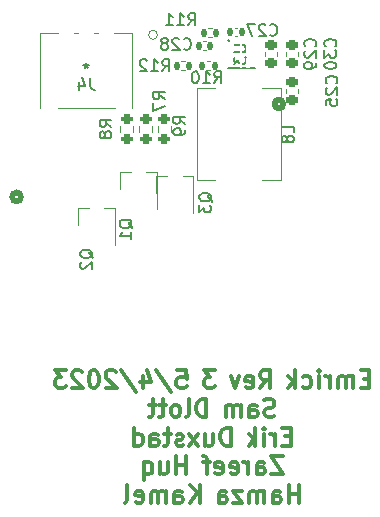
<source format=gbo>
G04 #@! TF.GenerationSoftware,KiCad,Pcbnew,(7.0.0)*
G04 #@! TF.CreationDate,2023-05-25T13:49:03-05:00*
G04 #@! TF.ProjectId,Emrick,456d7269-636b-42e6-9b69-6361645f7063,3*
G04 #@! TF.SameCoordinates,Original*
G04 #@! TF.FileFunction,Legend,Bot*
G04 #@! TF.FilePolarity,Positive*
%FSLAX46Y46*%
G04 Gerber Fmt 4.6, Leading zero omitted, Abs format (unit mm)*
G04 Created by KiCad (PCBNEW (7.0.0)) date 2023-05-25 13:49:03*
%MOMM*%
%LPD*%
G01*
G04 APERTURE LIST*
G04 Aperture macros list*
%AMRoundRect*
0 Rectangle with rounded corners*
0 $1 Rounding radius*
0 $2 $3 $4 $5 $6 $7 $8 $9 X,Y pos of 4 corners*
0 Add a 4 corners polygon primitive as box body*
4,1,4,$2,$3,$4,$5,$6,$7,$8,$9,$2,$3,0*
0 Add four circle primitives for the rounded corners*
1,1,$1+$1,$2,$3*
1,1,$1+$1,$4,$5*
1,1,$1+$1,$6,$7*
1,1,$1+$1,$8,$9*
0 Add four rect primitives between the rounded corners*
20,1,$1+$1,$2,$3,$4,$5,0*
20,1,$1+$1,$4,$5,$6,$7,0*
20,1,$1+$1,$6,$7,$8,$9,0*
20,1,$1+$1,$8,$9,$2,$3,0*%
G04 Aperture macros list end*
%ADD10C,0.300000*%
%ADD11C,0.150000*%
%ADD12C,0.120000*%
%ADD13C,0.152400*%
%ADD14C,0.508000*%
%ADD15RoundRect,0.140000X0.140000X0.170000X-0.140000X0.170000X-0.140000X-0.170000X0.140000X-0.170000X0*%
%ADD16R,0.600000X0.249200*%
%ADD17R,0.600000X0.250000*%
%ADD18R,0.250000X2.400000*%
%ADD19R,0.300000X1.200000*%
%ADD20R,0.300000X0.900000*%
%ADD21C,2.057400*%
%ADD22RoundRect,0.135000X0.135000X0.185000X-0.135000X0.185000X-0.135000X-0.185000X0.135000X-0.185000X0*%
%ADD23R,3.500000X2.350000*%
%ADD24RoundRect,0.225000X-0.250000X0.225000X-0.250000X-0.225000X0.250000X-0.225000X0.250000X0.225000X0*%
%ADD25RoundRect,0.135000X-0.135000X-0.185000X0.135000X-0.185000X0.135000X0.185000X-0.135000X0.185000X0*%
%ADD26C,0.508000*%
%ADD27C,0.499999*%
%ADD28O,1.000000X1.000000*%
%ADD29R,1.000000X1.000000*%
%ADD30RoundRect,0.225000X0.250000X-0.225000X0.250000X0.225000X-0.250000X0.225000X-0.250000X-0.225000X0*%
%ADD31O,1.600000X1.000000*%
%ADD32O,2.100000X1.000000*%
%ADD33C,0.650000*%
%ADD34RoundRect,0.200000X-0.275000X0.200000X-0.275000X-0.200000X0.275000X-0.200000X0.275000X0.200000X0*%
%ADD35R,0.660400X2.000000*%
%ADD36R,0.762000X1.854200*%
%ADD37R,0.800000X1.900000*%
G04 APERTURE END LIST*
D10*
X115878570Y-48105357D02*
X115378570Y-48105357D01*
X115164284Y-48891071D02*
X115878570Y-48891071D01*
X115878570Y-48891071D02*
X115878570Y-47391071D01*
X115878570Y-47391071D02*
X115164284Y-47391071D01*
X114521427Y-48891071D02*
X114521427Y-47891071D01*
X114521427Y-48033928D02*
X114449998Y-47962500D01*
X114449998Y-47962500D02*
X114307141Y-47891071D01*
X114307141Y-47891071D02*
X114092855Y-47891071D01*
X114092855Y-47891071D02*
X113949998Y-47962500D01*
X113949998Y-47962500D02*
X113878570Y-48105357D01*
X113878570Y-48105357D02*
X113878570Y-48891071D01*
X113878570Y-48105357D02*
X113807141Y-47962500D01*
X113807141Y-47962500D02*
X113664284Y-47891071D01*
X113664284Y-47891071D02*
X113449998Y-47891071D01*
X113449998Y-47891071D02*
X113307141Y-47962500D01*
X113307141Y-47962500D02*
X113235712Y-48105357D01*
X113235712Y-48105357D02*
X113235712Y-48891071D01*
X112521427Y-48891071D02*
X112521427Y-47891071D01*
X112521427Y-48176785D02*
X112449998Y-48033928D01*
X112449998Y-48033928D02*
X112378570Y-47962500D01*
X112378570Y-47962500D02*
X112235712Y-47891071D01*
X112235712Y-47891071D02*
X112092855Y-47891071D01*
X111592856Y-48891071D02*
X111592856Y-47891071D01*
X111592856Y-47391071D02*
X111664284Y-47462500D01*
X111664284Y-47462500D02*
X111592856Y-47533928D01*
X111592856Y-47533928D02*
X111521427Y-47462500D01*
X111521427Y-47462500D02*
X111592856Y-47391071D01*
X111592856Y-47391071D02*
X111592856Y-47533928D01*
X110235713Y-48819642D02*
X110378570Y-48891071D01*
X110378570Y-48891071D02*
X110664284Y-48891071D01*
X110664284Y-48891071D02*
X110807141Y-48819642D01*
X110807141Y-48819642D02*
X110878570Y-48748214D01*
X110878570Y-48748214D02*
X110949998Y-48605357D01*
X110949998Y-48605357D02*
X110949998Y-48176785D01*
X110949998Y-48176785D02*
X110878570Y-48033928D01*
X110878570Y-48033928D02*
X110807141Y-47962500D01*
X110807141Y-47962500D02*
X110664284Y-47891071D01*
X110664284Y-47891071D02*
X110378570Y-47891071D01*
X110378570Y-47891071D02*
X110235713Y-47962500D01*
X109592856Y-48891071D02*
X109592856Y-47391071D01*
X109449999Y-48319642D02*
X109021427Y-48891071D01*
X109021427Y-47891071D02*
X109592856Y-48462500D01*
X106621427Y-48891071D02*
X107121427Y-48176785D01*
X107478570Y-48891071D02*
X107478570Y-47391071D01*
X107478570Y-47391071D02*
X106907141Y-47391071D01*
X106907141Y-47391071D02*
X106764284Y-47462500D01*
X106764284Y-47462500D02*
X106692855Y-47533928D01*
X106692855Y-47533928D02*
X106621427Y-47676785D01*
X106621427Y-47676785D02*
X106621427Y-47891071D01*
X106621427Y-47891071D02*
X106692855Y-48033928D01*
X106692855Y-48033928D02*
X106764284Y-48105357D01*
X106764284Y-48105357D02*
X106907141Y-48176785D01*
X106907141Y-48176785D02*
X107478570Y-48176785D01*
X105407141Y-48819642D02*
X105549998Y-48891071D01*
X105549998Y-48891071D02*
X105835713Y-48891071D01*
X105835713Y-48891071D02*
X105978570Y-48819642D01*
X105978570Y-48819642D02*
X106049998Y-48676785D01*
X106049998Y-48676785D02*
X106049998Y-48105357D01*
X106049998Y-48105357D02*
X105978570Y-47962500D01*
X105978570Y-47962500D02*
X105835713Y-47891071D01*
X105835713Y-47891071D02*
X105549998Y-47891071D01*
X105549998Y-47891071D02*
X105407141Y-47962500D01*
X105407141Y-47962500D02*
X105335713Y-48105357D01*
X105335713Y-48105357D02*
X105335713Y-48248214D01*
X105335713Y-48248214D02*
X106049998Y-48391071D01*
X104835713Y-47891071D02*
X104478570Y-48891071D01*
X104478570Y-48891071D02*
X104121427Y-47891071D01*
X102792856Y-47391071D02*
X101864284Y-47391071D01*
X101864284Y-47391071D02*
X102364284Y-47962500D01*
X102364284Y-47962500D02*
X102149999Y-47962500D01*
X102149999Y-47962500D02*
X102007142Y-48033928D01*
X102007142Y-48033928D02*
X101935713Y-48105357D01*
X101935713Y-48105357D02*
X101864284Y-48248214D01*
X101864284Y-48248214D02*
X101864284Y-48605357D01*
X101864284Y-48605357D02*
X101935713Y-48748214D01*
X101935713Y-48748214D02*
X102007142Y-48819642D01*
X102007142Y-48819642D02*
X102149999Y-48891071D01*
X102149999Y-48891071D02*
X102578570Y-48891071D01*
X102578570Y-48891071D02*
X102721427Y-48819642D01*
X102721427Y-48819642D02*
X102792856Y-48748214D01*
X99607142Y-47391071D02*
X100321428Y-47391071D01*
X100321428Y-47391071D02*
X100392856Y-48105357D01*
X100392856Y-48105357D02*
X100321428Y-48033928D01*
X100321428Y-48033928D02*
X100178571Y-47962500D01*
X100178571Y-47962500D02*
X99821428Y-47962500D01*
X99821428Y-47962500D02*
X99678571Y-48033928D01*
X99678571Y-48033928D02*
X99607142Y-48105357D01*
X99607142Y-48105357D02*
X99535713Y-48248214D01*
X99535713Y-48248214D02*
X99535713Y-48605357D01*
X99535713Y-48605357D02*
X99607142Y-48748214D01*
X99607142Y-48748214D02*
X99678571Y-48819642D01*
X99678571Y-48819642D02*
X99821428Y-48891071D01*
X99821428Y-48891071D02*
X100178571Y-48891071D01*
X100178571Y-48891071D02*
X100321428Y-48819642D01*
X100321428Y-48819642D02*
X100392856Y-48748214D01*
X97821428Y-47319642D02*
X99107142Y-49248214D01*
X96678571Y-47891071D02*
X96678571Y-48891071D01*
X97035713Y-47319642D02*
X97392856Y-48391071D01*
X97392856Y-48391071D02*
X96464285Y-48391071D01*
X94821428Y-47319642D02*
X96107142Y-49248214D01*
X94392856Y-47533928D02*
X94321428Y-47462500D01*
X94321428Y-47462500D02*
X94178571Y-47391071D01*
X94178571Y-47391071D02*
X93821428Y-47391071D01*
X93821428Y-47391071D02*
X93678571Y-47462500D01*
X93678571Y-47462500D02*
X93607142Y-47533928D01*
X93607142Y-47533928D02*
X93535713Y-47676785D01*
X93535713Y-47676785D02*
X93535713Y-47819642D01*
X93535713Y-47819642D02*
X93607142Y-48033928D01*
X93607142Y-48033928D02*
X94464285Y-48891071D01*
X94464285Y-48891071D02*
X93535713Y-48891071D01*
X92607142Y-47391071D02*
X92464285Y-47391071D01*
X92464285Y-47391071D02*
X92321428Y-47462500D01*
X92321428Y-47462500D02*
X92250000Y-47533928D01*
X92250000Y-47533928D02*
X92178571Y-47676785D01*
X92178571Y-47676785D02*
X92107142Y-47962500D01*
X92107142Y-47962500D02*
X92107142Y-48319642D01*
X92107142Y-48319642D02*
X92178571Y-48605357D01*
X92178571Y-48605357D02*
X92250000Y-48748214D01*
X92250000Y-48748214D02*
X92321428Y-48819642D01*
X92321428Y-48819642D02*
X92464285Y-48891071D01*
X92464285Y-48891071D02*
X92607142Y-48891071D01*
X92607142Y-48891071D02*
X92750000Y-48819642D01*
X92750000Y-48819642D02*
X92821428Y-48748214D01*
X92821428Y-48748214D02*
X92892857Y-48605357D01*
X92892857Y-48605357D02*
X92964285Y-48319642D01*
X92964285Y-48319642D02*
X92964285Y-47962500D01*
X92964285Y-47962500D02*
X92892857Y-47676785D01*
X92892857Y-47676785D02*
X92821428Y-47533928D01*
X92821428Y-47533928D02*
X92750000Y-47462500D01*
X92750000Y-47462500D02*
X92607142Y-47391071D01*
X91535714Y-47533928D02*
X91464286Y-47462500D01*
X91464286Y-47462500D02*
X91321429Y-47391071D01*
X91321429Y-47391071D02*
X90964286Y-47391071D01*
X90964286Y-47391071D02*
X90821429Y-47462500D01*
X90821429Y-47462500D02*
X90750000Y-47533928D01*
X90750000Y-47533928D02*
X90678571Y-47676785D01*
X90678571Y-47676785D02*
X90678571Y-47819642D01*
X90678571Y-47819642D02*
X90750000Y-48033928D01*
X90750000Y-48033928D02*
X91607143Y-48891071D01*
X91607143Y-48891071D02*
X90678571Y-48891071D01*
X90178572Y-47391071D02*
X89250000Y-47391071D01*
X89250000Y-47391071D02*
X89750000Y-47962500D01*
X89750000Y-47962500D02*
X89535715Y-47962500D01*
X89535715Y-47962500D02*
X89392858Y-48033928D01*
X89392858Y-48033928D02*
X89321429Y-48105357D01*
X89321429Y-48105357D02*
X89250000Y-48248214D01*
X89250000Y-48248214D02*
X89250000Y-48605357D01*
X89250000Y-48605357D02*
X89321429Y-48748214D01*
X89321429Y-48748214D02*
X89392858Y-48819642D01*
X89392858Y-48819642D02*
X89535715Y-48891071D01*
X89535715Y-48891071D02*
X89964286Y-48891071D01*
X89964286Y-48891071D02*
X90107143Y-48819642D01*
X90107143Y-48819642D02*
X90178572Y-48748214D01*
X107835713Y-51249642D02*
X107621428Y-51321071D01*
X107621428Y-51321071D02*
X107264285Y-51321071D01*
X107264285Y-51321071D02*
X107121428Y-51249642D01*
X107121428Y-51249642D02*
X107049999Y-51178214D01*
X107049999Y-51178214D02*
X106978570Y-51035357D01*
X106978570Y-51035357D02*
X106978570Y-50892500D01*
X106978570Y-50892500D02*
X107049999Y-50749642D01*
X107049999Y-50749642D02*
X107121428Y-50678214D01*
X107121428Y-50678214D02*
X107264285Y-50606785D01*
X107264285Y-50606785D02*
X107549999Y-50535357D01*
X107549999Y-50535357D02*
X107692856Y-50463928D01*
X107692856Y-50463928D02*
X107764285Y-50392500D01*
X107764285Y-50392500D02*
X107835713Y-50249642D01*
X107835713Y-50249642D02*
X107835713Y-50106785D01*
X107835713Y-50106785D02*
X107764285Y-49963928D01*
X107764285Y-49963928D02*
X107692856Y-49892500D01*
X107692856Y-49892500D02*
X107549999Y-49821071D01*
X107549999Y-49821071D02*
X107192856Y-49821071D01*
X107192856Y-49821071D02*
X106978570Y-49892500D01*
X105692857Y-51321071D02*
X105692857Y-50535357D01*
X105692857Y-50535357D02*
X105764285Y-50392500D01*
X105764285Y-50392500D02*
X105907142Y-50321071D01*
X105907142Y-50321071D02*
X106192857Y-50321071D01*
X106192857Y-50321071D02*
X106335714Y-50392500D01*
X105692857Y-51249642D02*
X105835714Y-51321071D01*
X105835714Y-51321071D02*
X106192857Y-51321071D01*
X106192857Y-51321071D02*
X106335714Y-51249642D01*
X106335714Y-51249642D02*
X106407142Y-51106785D01*
X106407142Y-51106785D02*
X106407142Y-50963928D01*
X106407142Y-50963928D02*
X106335714Y-50821071D01*
X106335714Y-50821071D02*
X106192857Y-50749642D01*
X106192857Y-50749642D02*
X105835714Y-50749642D01*
X105835714Y-50749642D02*
X105692857Y-50678214D01*
X104978571Y-51321071D02*
X104978571Y-50321071D01*
X104978571Y-50463928D02*
X104907142Y-50392500D01*
X104907142Y-50392500D02*
X104764285Y-50321071D01*
X104764285Y-50321071D02*
X104549999Y-50321071D01*
X104549999Y-50321071D02*
X104407142Y-50392500D01*
X104407142Y-50392500D02*
X104335714Y-50535357D01*
X104335714Y-50535357D02*
X104335714Y-51321071D01*
X104335714Y-50535357D02*
X104264285Y-50392500D01*
X104264285Y-50392500D02*
X104121428Y-50321071D01*
X104121428Y-50321071D02*
X103907142Y-50321071D01*
X103907142Y-50321071D02*
X103764285Y-50392500D01*
X103764285Y-50392500D02*
X103692856Y-50535357D01*
X103692856Y-50535357D02*
X103692856Y-51321071D01*
X102078571Y-51321071D02*
X102078571Y-49821071D01*
X102078571Y-49821071D02*
X101721428Y-49821071D01*
X101721428Y-49821071D02*
X101507142Y-49892500D01*
X101507142Y-49892500D02*
X101364285Y-50035357D01*
X101364285Y-50035357D02*
X101292856Y-50178214D01*
X101292856Y-50178214D02*
X101221428Y-50463928D01*
X101221428Y-50463928D02*
X101221428Y-50678214D01*
X101221428Y-50678214D02*
X101292856Y-50963928D01*
X101292856Y-50963928D02*
X101364285Y-51106785D01*
X101364285Y-51106785D02*
X101507142Y-51249642D01*
X101507142Y-51249642D02*
X101721428Y-51321071D01*
X101721428Y-51321071D02*
X102078571Y-51321071D01*
X100364285Y-51321071D02*
X100507142Y-51249642D01*
X100507142Y-51249642D02*
X100578571Y-51106785D01*
X100578571Y-51106785D02*
X100578571Y-49821071D01*
X99578571Y-51321071D02*
X99721428Y-51249642D01*
X99721428Y-51249642D02*
X99792857Y-51178214D01*
X99792857Y-51178214D02*
X99864285Y-51035357D01*
X99864285Y-51035357D02*
X99864285Y-50606785D01*
X99864285Y-50606785D02*
X99792857Y-50463928D01*
X99792857Y-50463928D02*
X99721428Y-50392500D01*
X99721428Y-50392500D02*
X99578571Y-50321071D01*
X99578571Y-50321071D02*
X99364285Y-50321071D01*
X99364285Y-50321071D02*
X99221428Y-50392500D01*
X99221428Y-50392500D02*
X99150000Y-50463928D01*
X99150000Y-50463928D02*
X99078571Y-50606785D01*
X99078571Y-50606785D02*
X99078571Y-51035357D01*
X99078571Y-51035357D02*
X99150000Y-51178214D01*
X99150000Y-51178214D02*
X99221428Y-51249642D01*
X99221428Y-51249642D02*
X99364285Y-51321071D01*
X99364285Y-51321071D02*
X99578571Y-51321071D01*
X98649999Y-50321071D02*
X98078571Y-50321071D01*
X98435714Y-49821071D02*
X98435714Y-51106785D01*
X98435714Y-51106785D02*
X98364285Y-51249642D01*
X98364285Y-51249642D02*
X98221428Y-51321071D01*
X98221428Y-51321071D02*
X98078571Y-51321071D01*
X97792856Y-50321071D02*
X97221428Y-50321071D01*
X97578571Y-49821071D02*
X97578571Y-51106785D01*
X97578571Y-51106785D02*
X97507142Y-51249642D01*
X97507142Y-51249642D02*
X97364285Y-51321071D01*
X97364285Y-51321071D02*
X97221428Y-51321071D01*
X109228572Y-52965357D02*
X108728572Y-52965357D01*
X108514286Y-53751071D02*
X109228572Y-53751071D01*
X109228572Y-53751071D02*
X109228572Y-52251071D01*
X109228572Y-52251071D02*
X108514286Y-52251071D01*
X107871429Y-53751071D02*
X107871429Y-52751071D01*
X107871429Y-53036785D02*
X107800000Y-52893928D01*
X107800000Y-52893928D02*
X107728572Y-52822500D01*
X107728572Y-52822500D02*
X107585714Y-52751071D01*
X107585714Y-52751071D02*
X107442857Y-52751071D01*
X106942858Y-53751071D02*
X106942858Y-52751071D01*
X106942858Y-52251071D02*
X107014286Y-52322500D01*
X107014286Y-52322500D02*
X106942858Y-52393928D01*
X106942858Y-52393928D02*
X106871429Y-52322500D01*
X106871429Y-52322500D02*
X106942858Y-52251071D01*
X106942858Y-52251071D02*
X106942858Y-52393928D01*
X106228572Y-53751071D02*
X106228572Y-52251071D01*
X106085715Y-53179642D02*
X105657143Y-53751071D01*
X105657143Y-52751071D02*
X106228572Y-53322500D01*
X104114286Y-53751071D02*
X104114286Y-52251071D01*
X104114286Y-52251071D02*
X103757143Y-52251071D01*
X103757143Y-52251071D02*
X103542857Y-52322500D01*
X103542857Y-52322500D02*
X103400000Y-52465357D01*
X103400000Y-52465357D02*
X103328571Y-52608214D01*
X103328571Y-52608214D02*
X103257143Y-52893928D01*
X103257143Y-52893928D02*
X103257143Y-53108214D01*
X103257143Y-53108214D02*
X103328571Y-53393928D01*
X103328571Y-53393928D02*
X103400000Y-53536785D01*
X103400000Y-53536785D02*
X103542857Y-53679642D01*
X103542857Y-53679642D02*
X103757143Y-53751071D01*
X103757143Y-53751071D02*
X104114286Y-53751071D01*
X101971429Y-52751071D02*
X101971429Y-53751071D01*
X102614286Y-52751071D02*
X102614286Y-53536785D01*
X102614286Y-53536785D02*
X102542857Y-53679642D01*
X102542857Y-53679642D02*
X102400000Y-53751071D01*
X102400000Y-53751071D02*
X102185714Y-53751071D01*
X102185714Y-53751071D02*
X102042857Y-53679642D01*
X102042857Y-53679642D02*
X101971429Y-53608214D01*
X101400000Y-53751071D02*
X100614286Y-52751071D01*
X101400000Y-52751071D02*
X100614286Y-53751071D01*
X100114285Y-53679642D02*
X99971428Y-53751071D01*
X99971428Y-53751071D02*
X99685714Y-53751071D01*
X99685714Y-53751071D02*
X99542857Y-53679642D01*
X99542857Y-53679642D02*
X99471428Y-53536785D01*
X99471428Y-53536785D02*
X99471428Y-53465357D01*
X99471428Y-53465357D02*
X99542857Y-53322500D01*
X99542857Y-53322500D02*
X99685714Y-53251071D01*
X99685714Y-53251071D02*
X99900000Y-53251071D01*
X99900000Y-53251071D02*
X100042857Y-53179642D01*
X100042857Y-53179642D02*
X100114285Y-53036785D01*
X100114285Y-53036785D02*
X100114285Y-52965357D01*
X100114285Y-52965357D02*
X100042857Y-52822500D01*
X100042857Y-52822500D02*
X99900000Y-52751071D01*
X99900000Y-52751071D02*
X99685714Y-52751071D01*
X99685714Y-52751071D02*
X99542857Y-52822500D01*
X99042856Y-52751071D02*
X98471428Y-52751071D01*
X98828571Y-52251071D02*
X98828571Y-53536785D01*
X98828571Y-53536785D02*
X98757142Y-53679642D01*
X98757142Y-53679642D02*
X98614285Y-53751071D01*
X98614285Y-53751071D02*
X98471428Y-53751071D01*
X97328571Y-53751071D02*
X97328571Y-52965357D01*
X97328571Y-52965357D02*
X97399999Y-52822500D01*
X97399999Y-52822500D02*
X97542856Y-52751071D01*
X97542856Y-52751071D02*
X97828571Y-52751071D01*
X97828571Y-52751071D02*
X97971428Y-52822500D01*
X97328571Y-53679642D02*
X97471428Y-53751071D01*
X97471428Y-53751071D02*
X97828571Y-53751071D01*
X97828571Y-53751071D02*
X97971428Y-53679642D01*
X97971428Y-53679642D02*
X98042856Y-53536785D01*
X98042856Y-53536785D02*
X98042856Y-53393928D01*
X98042856Y-53393928D02*
X97971428Y-53251071D01*
X97971428Y-53251071D02*
X97828571Y-53179642D01*
X97828571Y-53179642D02*
X97471428Y-53179642D01*
X97471428Y-53179642D02*
X97328571Y-53108214D01*
X95971428Y-53751071D02*
X95971428Y-52251071D01*
X95971428Y-53679642D02*
X96114285Y-53751071D01*
X96114285Y-53751071D02*
X96399999Y-53751071D01*
X96399999Y-53751071D02*
X96542856Y-53679642D01*
X96542856Y-53679642D02*
X96614285Y-53608214D01*
X96614285Y-53608214D02*
X96685713Y-53465357D01*
X96685713Y-53465357D02*
X96685713Y-53036785D01*
X96685713Y-53036785D02*
X96614285Y-52893928D01*
X96614285Y-52893928D02*
X96542856Y-52822500D01*
X96542856Y-52822500D02*
X96399999Y-52751071D01*
X96399999Y-52751071D02*
X96114285Y-52751071D01*
X96114285Y-52751071D02*
X95971428Y-52822500D01*
X108549999Y-54681071D02*
X107549999Y-54681071D01*
X107549999Y-54681071D02*
X108549999Y-56181071D01*
X108549999Y-56181071D02*
X107549999Y-56181071D01*
X106335714Y-56181071D02*
X106335714Y-55395357D01*
X106335714Y-55395357D02*
X106407142Y-55252500D01*
X106407142Y-55252500D02*
X106549999Y-55181071D01*
X106549999Y-55181071D02*
X106835714Y-55181071D01*
X106835714Y-55181071D02*
X106978571Y-55252500D01*
X106335714Y-56109642D02*
X106478571Y-56181071D01*
X106478571Y-56181071D02*
X106835714Y-56181071D01*
X106835714Y-56181071D02*
X106978571Y-56109642D01*
X106978571Y-56109642D02*
X107049999Y-55966785D01*
X107049999Y-55966785D02*
X107049999Y-55823928D01*
X107049999Y-55823928D02*
X106978571Y-55681071D01*
X106978571Y-55681071D02*
X106835714Y-55609642D01*
X106835714Y-55609642D02*
X106478571Y-55609642D01*
X106478571Y-55609642D02*
X106335714Y-55538214D01*
X105621428Y-56181071D02*
X105621428Y-55181071D01*
X105621428Y-55466785D02*
X105549999Y-55323928D01*
X105549999Y-55323928D02*
X105478571Y-55252500D01*
X105478571Y-55252500D02*
X105335713Y-55181071D01*
X105335713Y-55181071D02*
X105192856Y-55181071D01*
X104121428Y-56109642D02*
X104264285Y-56181071D01*
X104264285Y-56181071D02*
X104550000Y-56181071D01*
X104550000Y-56181071D02*
X104692857Y-56109642D01*
X104692857Y-56109642D02*
X104764285Y-55966785D01*
X104764285Y-55966785D02*
X104764285Y-55395357D01*
X104764285Y-55395357D02*
X104692857Y-55252500D01*
X104692857Y-55252500D02*
X104550000Y-55181071D01*
X104550000Y-55181071D02*
X104264285Y-55181071D01*
X104264285Y-55181071D02*
X104121428Y-55252500D01*
X104121428Y-55252500D02*
X104050000Y-55395357D01*
X104050000Y-55395357D02*
X104050000Y-55538214D01*
X104050000Y-55538214D02*
X104764285Y-55681071D01*
X102835714Y-56109642D02*
X102978571Y-56181071D01*
X102978571Y-56181071D02*
X103264286Y-56181071D01*
X103264286Y-56181071D02*
X103407143Y-56109642D01*
X103407143Y-56109642D02*
X103478571Y-55966785D01*
X103478571Y-55966785D02*
X103478571Y-55395357D01*
X103478571Y-55395357D02*
X103407143Y-55252500D01*
X103407143Y-55252500D02*
X103264286Y-55181071D01*
X103264286Y-55181071D02*
X102978571Y-55181071D01*
X102978571Y-55181071D02*
X102835714Y-55252500D01*
X102835714Y-55252500D02*
X102764286Y-55395357D01*
X102764286Y-55395357D02*
X102764286Y-55538214D01*
X102764286Y-55538214D02*
X103478571Y-55681071D01*
X102335714Y-55181071D02*
X101764286Y-55181071D01*
X102121429Y-56181071D02*
X102121429Y-54895357D01*
X102121429Y-54895357D02*
X102050000Y-54752500D01*
X102050000Y-54752500D02*
X101907143Y-54681071D01*
X101907143Y-54681071D02*
X101764286Y-54681071D01*
X100364286Y-56181071D02*
X100364286Y-54681071D01*
X100364286Y-55395357D02*
X99507143Y-55395357D01*
X99507143Y-56181071D02*
X99507143Y-54681071D01*
X98150000Y-55181071D02*
X98150000Y-56181071D01*
X98792857Y-55181071D02*
X98792857Y-55966785D01*
X98792857Y-55966785D02*
X98721428Y-56109642D01*
X98721428Y-56109642D02*
X98578571Y-56181071D01*
X98578571Y-56181071D02*
X98364285Y-56181071D01*
X98364285Y-56181071D02*
X98221428Y-56109642D01*
X98221428Y-56109642D02*
X98150000Y-56038214D01*
X96792857Y-55181071D02*
X96792857Y-56681071D01*
X96792857Y-56109642D02*
X96935714Y-56181071D01*
X96935714Y-56181071D02*
X97221428Y-56181071D01*
X97221428Y-56181071D02*
X97364285Y-56109642D01*
X97364285Y-56109642D02*
X97435714Y-56038214D01*
X97435714Y-56038214D02*
X97507142Y-55895357D01*
X97507142Y-55895357D02*
X97507142Y-55466785D01*
X97507142Y-55466785D02*
X97435714Y-55323928D01*
X97435714Y-55323928D02*
X97364285Y-55252500D01*
X97364285Y-55252500D02*
X97221428Y-55181071D01*
X97221428Y-55181071D02*
X96935714Y-55181071D01*
X96935714Y-55181071D02*
X96792857Y-55252500D01*
X109907143Y-58611071D02*
X109907143Y-57111071D01*
X109907143Y-57825357D02*
X109050000Y-57825357D01*
X109050000Y-58611071D02*
X109050000Y-57111071D01*
X107692857Y-58611071D02*
X107692857Y-57825357D01*
X107692857Y-57825357D02*
X107764285Y-57682500D01*
X107764285Y-57682500D02*
X107907142Y-57611071D01*
X107907142Y-57611071D02*
X108192857Y-57611071D01*
X108192857Y-57611071D02*
X108335714Y-57682500D01*
X107692857Y-58539642D02*
X107835714Y-58611071D01*
X107835714Y-58611071D02*
X108192857Y-58611071D01*
X108192857Y-58611071D02*
X108335714Y-58539642D01*
X108335714Y-58539642D02*
X108407142Y-58396785D01*
X108407142Y-58396785D02*
X108407142Y-58253928D01*
X108407142Y-58253928D02*
X108335714Y-58111071D01*
X108335714Y-58111071D02*
X108192857Y-58039642D01*
X108192857Y-58039642D02*
X107835714Y-58039642D01*
X107835714Y-58039642D02*
X107692857Y-57968214D01*
X106978571Y-58611071D02*
X106978571Y-57611071D01*
X106978571Y-57753928D02*
X106907142Y-57682500D01*
X106907142Y-57682500D02*
X106764285Y-57611071D01*
X106764285Y-57611071D02*
X106549999Y-57611071D01*
X106549999Y-57611071D02*
X106407142Y-57682500D01*
X106407142Y-57682500D02*
X106335714Y-57825357D01*
X106335714Y-57825357D02*
X106335714Y-58611071D01*
X106335714Y-57825357D02*
X106264285Y-57682500D01*
X106264285Y-57682500D02*
X106121428Y-57611071D01*
X106121428Y-57611071D02*
X105907142Y-57611071D01*
X105907142Y-57611071D02*
X105764285Y-57682500D01*
X105764285Y-57682500D02*
X105692856Y-57825357D01*
X105692856Y-57825357D02*
X105692856Y-58611071D01*
X105121428Y-57611071D02*
X104335714Y-57611071D01*
X104335714Y-57611071D02*
X105121428Y-58611071D01*
X105121428Y-58611071D02*
X104335714Y-58611071D01*
X103121428Y-58611071D02*
X103121428Y-57825357D01*
X103121428Y-57825357D02*
X103192856Y-57682500D01*
X103192856Y-57682500D02*
X103335713Y-57611071D01*
X103335713Y-57611071D02*
X103621428Y-57611071D01*
X103621428Y-57611071D02*
X103764285Y-57682500D01*
X103121428Y-58539642D02*
X103264285Y-58611071D01*
X103264285Y-58611071D02*
X103621428Y-58611071D01*
X103621428Y-58611071D02*
X103764285Y-58539642D01*
X103764285Y-58539642D02*
X103835713Y-58396785D01*
X103835713Y-58396785D02*
X103835713Y-58253928D01*
X103835713Y-58253928D02*
X103764285Y-58111071D01*
X103764285Y-58111071D02*
X103621428Y-58039642D01*
X103621428Y-58039642D02*
X103264285Y-58039642D01*
X103264285Y-58039642D02*
X103121428Y-57968214D01*
X101507142Y-58611071D02*
X101507142Y-57111071D01*
X100649999Y-58611071D02*
X101292856Y-57753928D01*
X100649999Y-57111071D02*
X101507142Y-57968214D01*
X99364285Y-58611071D02*
X99364285Y-57825357D01*
X99364285Y-57825357D02*
X99435713Y-57682500D01*
X99435713Y-57682500D02*
X99578570Y-57611071D01*
X99578570Y-57611071D02*
X99864285Y-57611071D01*
X99864285Y-57611071D02*
X100007142Y-57682500D01*
X99364285Y-58539642D02*
X99507142Y-58611071D01*
X99507142Y-58611071D02*
X99864285Y-58611071D01*
X99864285Y-58611071D02*
X100007142Y-58539642D01*
X100007142Y-58539642D02*
X100078570Y-58396785D01*
X100078570Y-58396785D02*
X100078570Y-58253928D01*
X100078570Y-58253928D02*
X100007142Y-58111071D01*
X100007142Y-58111071D02*
X99864285Y-58039642D01*
X99864285Y-58039642D02*
X99507142Y-58039642D01*
X99507142Y-58039642D02*
X99364285Y-57968214D01*
X98649999Y-58611071D02*
X98649999Y-57611071D01*
X98649999Y-57753928D02*
X98578570Y-57682500D01*
X98578570Y-57682500D02*
X98435713Y-57611071D01*
X98435713Y-57611071D02*
X98221427Y-57611071D01*
X98221427Y-57611071D02*
X98078570Y-57682500D01*
X98078570Y-57682500D02*
X98007142Y-57825357D01*
X98007142Y-57825357D02*
X98007142Y-58611071D01*
X98007142Y-57825357D02*
X97935713Y-57682500D01*
X97935713Y-57682500D02*
X97792856Y-57611071D01*
X97792856Y-57611071D02*
X97578570Y-57611071D01*
X97578570Y-57611071D02*
X97435713Y-57682500D01*
X97435713Y-57682500D02*
X97364284Y-57825357D01*
X97364284Y-57825357D02*
X97364284Y-58611071D01*
X96078570Y-58539642D02*
X96221427Y-58611071D01*
X96221427Y-58611071D02*
X96507142Y-58611071D01*
X96507142Y-58611071D02*
X96649999Y-58539642D01*
X96649999Y-58539642D02*
X96721427Y-58396785D01*
X96721427Y-58396785D02*
X96721427Y-57825357D01*
X96721427Y-57825357D02*
X96649999Y-57682500D01*
X96649999Y-57682500D02*
X96507142Y-57611071D01*
X96507142Y-57611071D02*
X96221427Y-57611071D01*
X96221427Y-57611071D02*
X96078570Y-57682500D01*
X96078570Y-57682500D02*
X96007142Y-57825357D01*
X96007142Y-57825357D02*
X96007142Y-57968214D01*
X96007142Y-57968214D02*
X96721427Y-58111071D01*
X95149999Y-58611071D02*
X95292856Y-58539642D01*
X95292856Y-58539642D02*
X95364285Y-58396785D01*
X95364285Y-58396785D02*
X95364285Y-57111071D01*
D11*
X100142857Y-20172142D02*
X100190476Y-20219761D01*
X100190476Y-20219761D02*
X100333333Y-20267380D01*
X100333333Y-20267380D02*
X100428571Y-20267380D01*
X100428571Y-20267380D02*
X100571428Y-20219761D01*
X100571428Y-20219761D02*
X100666666Y-20124523D01*
X100666666Y-20124523D02*
X100714285Y-20029285D01*
X100714285Y-20029285D02*
X100761904Y-19838809D01*
X100761904Y-19838809D02*
X100761904Y-19695952D01*
X100761904Y-19695952D02*
X100714285Y-19505476D01*
X100714285Y-19505476D02*
X100666666Y-19410238D01*
X100666666Y-19410238D02*
X100571428Y-19315000D01*
X100571428Y-19315000D02*
X100428571Y-19267380D01*
X100428571Y-19267380D02*
X100333333Y-19267380D01*
X100333333Y-19267380D02*
X100190476Y-19315000D01*
X100190476Y-19315000D02*
X100142857Y-19362619D01*
X99761904Y-19362619D02*
X99714285Y-19315000D01*
X99714285Y-19315000D02*
X99619047Y-19267380D01*
X99619047Y-19267380D02*
X99380952Y-19267380D01*
X99380952Y-19267380D02*
X99285714Y-19315000D01*
X99285714Y-19315000D02*
X99238095Y-19362619D01*
X99238095Y-19362619D02*
X99190476Y-19457857D01*
X99190476Y-19457857D02*
X99190476Y-19553095D01*
X99190476Y-19553095D02*
X99238095Y-19695952D01*
X99238095Y-19695952D02*
X99809523Y-20267380D01*
X99809523Y-20267380D02*
X99190476Y-20267380D01*
X98619047Y-19695952D02*
X98714285Y-19648333D01*
X98714285Y-19648333D02*
X98761904Y-19600714D01*
X98761904Y-19600714D02*
X98809523Y-19505476D01*
X98809523Y-19505476D02*
X98809523Y-19457857D01*
X98809523Y-19457857D02*
X98761904Y-19362619D01*
X98761904Y-19362619D02*
X98714285Y-19315000D01*
X98714285Y-19315000D02*
X98619047Y-19267380D01*
X98619047Y-19267380D02*
X98428571Y-19267380D01*
X98428571Y-19267380D02*
X98333333Y-19315000D01*
X98333333Y-19315000D02*
X98285714Y-19362619D01*
X98285714Y-19362619D02*
X98238095Y-19457857D01*
X98238095Y-19457857D02*
X98238095Y-19505476D01*
X98238095Y-19505476D02*
X98285714Y-19600714D01*
X98285714Y-19600714D02*
X98333333Y-19648333D01*
X98333333Y-19648333D02*
X98428571Y-19695952D01*
X98428571Y-19695952D02*
X98619047Y-19695952D01*
X98619047Y-19695952D02*
X98714285Y-19743571D01*
X98714285Y-19743571D02*
X98761904Y-19791190D01*
X98761904Y-19791190D02*
X98809523Y-19886428D01*
X98809523Y-19886428D02*
X98809523Y-20076904D01*
X98809523Y-20076904D02*
X98761904Y-20172142D01*
X98761904Y-20172142D02*
X98714285Y-20219761D01*
X98714285Y-20219761D02*
X98619047Y-20267380D01*
X98619047Y-20267380D02*
X98428571Y-20267380D01*
X98428571Y-20267380D02*
X98333333Y-20219761D01*
X98333333Y-20219761D02*
X98285714Y-20172142D01*
X98285714Y-20172142D02*
X98238095Y-20076904D01*
X98238095Y-20076904D02*
X98238095Y-19886428D01*
X98238095Y-19886428D02*
X98285714Y-19791190D01*
X98285714Y-19791190D02*
X98333333Y-19743571D01*
X98333333Y-19743571D02*
X98428571Y-19695952D01*
X104407381Y-19878095D02*
X105216905Y-19878095D01*
X105216905Y-19878095D02*
X105312143Y-19925714D01*
X105312143Y-19925714D02*
X105359762Y-19973333D01*
X105359762Y-19973333D02*
X105407381Y-20068571D01*
X105407381Y-20068571D02*
X105407381Y-20259047D01*
X105407381Y-20259047D02*
X105359762Y-20354285D01*
X105359762Y-20354285D02*
X105312143Y-20401904D01*
X105312143Y-20401904D02*
X105216905Y-20449523D01*
X105216905Y-20449523D02*
X104407381Y-20449523D01*
X104407381Y-20830476D02*
X104407381Y-21449523D01*
X104407381Y-21449523D02*
X104788334Y-21116190D01*
X104788334Y-21116190D02*
X104788334Y-21259047D01*
X104788334Y-21259047D02*
X104835953Y-21354285D01*
X104835953Y-21354285D02*
X104883572Y-21401904D01*
X104883572Y-21401904D02*
X104978810Y-21449523D01*
X104978810Y-21449523D02*
X105216905Y-21449523D01*
X105216905Y-21449523D02*
X105312143Y-21401904D01*
X105312143Y-21401904D02*
X105359762Y-21354285D01*
X105359762Y-21354285D02*
X105407381Y-21259047D01*
X105407381Y-21259047D02*
X105407381Y-20973333D01*
X105407381Y-20973333D02*
X105359762Y-20878095D01*
X105359762Y-20878095D02*
X105312143Y-20830476D01*
X100542857Y-18167380D02*
X100876190Y-17691190D01*
X101114285Y-18167380D02*
X101114285Y-17167380D01*
X101114285Y-17167380D02*
X100733333Y-17167380D01*
X100733333Y-17167380D02*
X100638095Y-17215000D01*
X100638095Y-17215000D02*
X100590476Y-17262619D01*
X100590476Y-17262619D02*
X100542857Y-17357857D01*
X100542857Y-17357857D02*
X100542857Y-17500714D01*
X100542857Y-17500714D02*
X100590476Y-17595952D01*
X100590476Y-17595952D02*
X100638095Y-17643571D01*
X100638095Y-17643571D02*
X100733333Y-17691190D01*
X100733333Y-17691190D02*
X101114285Y-17691190D01*
X99590476Y-18167380D02*
X100161904Y-18167380D01*
X99876190Y-18167380D02*
X99876190Y-17167380D01*
X99876190Y-17167380D02*
X99971428Y-17310238D01*
X99971428Y-17310238D02*
X100066666Y-17405476D01*
X100066666Y-17405476D02*
X100161904Y-17453095D01*
X98638095Y-18167380D02*
X99209523Y-18167380D01*
X98923809Y-18167380D02*
X98923809Y-17167380D01*
X98923809Y-17167380D02*
X99019047Y-17310238D01*
X99019047Y-17310238D02*
X99114285Y-17405476D01*
X99114285Y-17405476D02*
X99209523Y-17453095D01*
X109467380Y-27233333D02*
X109467380Y-26757143D01*
X109467380Y-26757143D02*
X108467380Y-26757143D01*
X108895952Y-27709524D02*
X108848333Y-27614286D01*
X108848333Y-27614286D02*
X108800714Y-27566667D01*
X108800714Y-27566667D02*
X108705476Y-27519048D01*
X108705476Y-27519048D02*
X108657857Y-27519048D01*
X108657857Y-27519048D02*
X108562619Y-27566667D01*
X108562619Y-27566667D02*
X108515000Y-27614286D01*
X108515000Y-27614286D02*
X108467380Y-27709524D01*
X108467380Y-27709524D02*
X108467380Y-27900000D01*
X108467380Y-27900000D02*
X108515000Y-27995238D01*
X108515000Y-27995238D02*
X108562619Y-28042857D01*
X108562619Y-28042857D02*
X108657857Y-28090476D01*
X108657857Y-28090476D02*
X108705476Y-28090476D01*
X108705476Y-28090476D02*
X108800714Y-28042857D01*
X108800714Y-28042857D02*
X108848333Y-27995238D01*
X108848333Y-27995238D02*
X108895952Y-27900000D01*
X108895952Y-27900000D02*
X108895952Y-27709524D01*
X108895952Y-27709524D02*
X108943571Y-27614286D01*
X108943571Y-27614286D02*
X108991190Y-27566667D01*
X108991190Y-27566667D02*
X109086428Y-27519048D01*
X109086428Y-27519048D02*
X109276904Y-27519048D01*
X109276904Y-27519048D02*
X109372142Y-27566667D01*
X109372142Y-27566667D02*
X109419761Y-27614286D01*
X109419761Y-27614286D02*
X109467380Y-27709524D01*
X109467380Y-27709524D02*
X109467380Y-27900000D01*
X109467380Y-27900000D02*
X109419761Y-27995238D01*
X109419761Y-27995238D02*
X109372142Y-28042857D01*
X109372142Y-28042857D02*
X109276904Y-28090476D01*
X109276904Y-28090476D02*
X109086428Y-28090476D01*
X109086428Y-28090476D02*
X108991190Y-28042857D01*
X108991190Y-28042857D02*
X108943571Y-27995238D01*
X108943571Y-27995238D02*
X108895952Y-27900000D01*
X112972142Y-19952142D02*
X113019761Y-19904523D01*
X113019761Y-19904523D02*
X113067380Y-19761666D01*
X113067380Y-19761666D02*
X113067380Y-19666428D01*
X113067380Y-19666428D02*
X113019761Y-19523571D01*
X113019761Y-19523571D02*
X112924523Y-19428333D01*
X112924523Y-19428333D02*
X112829285Y-19380714D01*
X112829285Y-19380714D02*
X112638809Y-19333095D01*
X112638809Y-19333095D02*
X112495952Y-19333095D01*
X112495952Y-19333095D02*
X112305476Y-19380714D01*
X112305476Y-19380714D02*
X112210238Y-19428333D01*
X112210238Y-19428333D02*
X112115000Y-19523571D01*
X112115000Y-19523571D02*
X112067380Y-19666428D01*
X112067380Y-19666428D02*
X112067380Y-19761666D01*
X112067380Y-19761666D02*
X112115000Y-19904523D01*
X112115000Y-19904523D02*
X112162619Y-19952142D01*
X112067380Y-20285476D02*
X112067380Y-20904523D01*
X112067380Y-20904523D02*
X112448333Y-20571190D01*
X112448333Y-20571190D02*
X112448333Y-20714047D01*
X112448333Y-20714047D02*
X112495952Y-20809285D01*
X112495952Y-20809285D02*
X112543571Y-20856904D01*
X112543571Y-20856904D02*
X112638809Y-20904523D01*
X112638809Y-20904523D02*
X112876904Y-20904523D01*
X112876904Y-20904523D02*
X112972142Y-20856904D01*
X112972142Y-20856904D02*
X113019761Y-20809285D01*
X113019761Y-20809285D02*
X113067380Y-20714047D01*
X113067380Y-20714047D02*
X113067380Y-20428333D01*
X113067380Y-20428333D02*
X113019761Y-20333095D01*
X113019761Y-20333095D02*
X112972142Y-20285476D01*
X112067380Y-21523571D02*
X112067380Y-21618809D01*
X112067380Y-21618809D02*
X112115000Y-21714047D01*
X112115000Y-21714047D02*
X112162619Y-21761666D01*
X112162619Y-21761666D02*
X112257857Y-21809285D01*
X112257857Y-21809285D02*
X112448333Y-21856904D01*
X112448333Y-21856904D02*
X112686428Y-21856904D01*
X112686428Y-21856904D02*
X112876904Y-21809285D01*
X112876904Y-21809285D02*
X112972142Y-21761666D01*
X112972142Y-21761666D02*
X113019761Y-21714047D01*
X113019761Y-21714047D02*
X113067380Y-21618809D01*
X113067380Y-21618809D02*
X113067380Y-21523571D01*
X113067380Y-21523571D02*
X113019761Y-21428333D01*
X113019761Y-21428333D02*
X112972142Y-21380714D01*
X112972142Y-21380714D02*
X112876904Y-21333095D01*
X112876904Y-21333095D02*
X112686428Y-21285476D01*
X112686428Y-21285476D02*
X112448333Y-21285476D01*
X112448333Y-21285476D02*
X112257857Y-21333095D01*
X112257857Y-21333095D02*
X112162619Y-21380714D01*
X112162619Y-21380714D02*
X112115000Y-21428333D01*
X112115000Y-21428333D02*
X112067380Y-21523571D01*
X107442857Y-18972142D02*
X107490476Y-19019761D01*
X107490476Y-19019761D02*
X107633333Y-19067380D01*
X107633333Y-19067380D02*
X107728571Y-19067380D01*
X107728571Y-19067380D02*
X107871428Y-19019761D01*
X107871428Y-19019761D02*
X107966666Y-18924523D01*
X107966666Y-18924523D02*
X108014285Y-18829285D01*
X108014285Y-18829285D02*
X108061904Y-18638809D01*
X108061904Y-18638809D02*
X108061904Y-18495952D01*
X108061904Y-18495952D02*
X108014285Y-18305476D01*
X108014285Y-18305476D02*
X107966666Y-18210238D01*
X107966666Y-18210238D02*
X107871428Y-18115000D01*
X107871428Y-18115000D02*
X107728571Y-18067380D01*
X107728571Y-18067380D02*
X107633333Y-18067380D01*
X107633333Y-18067380D02*
X107490476Y-18115000D01*
X107490476Y-18115000D02*
X107442857Y-18162619D01*
X107061904Y-18162619D02*
X107014285Y-18115000D01*
X107014285Y-18115000D02*
X106919047Y-18067380D01*
X106919047Y-18067380D02*
X106680952Y-18067380D01*
X106680952Y-18067380D02*
X106585714Y-18115000D01*
X106585714Y-18115000D02*
X106538095Y-18162619D01*
X106538095Y-18162619D02*
X106490476Y-18257857D01*
X106490476Y-18257857D02*
X106490476Y-18353095D01*
X106490476Y-18353095D02*
X106538095Y-18495952D01*
X106538095Y-18495952D02*
X107109523Y-19067380D01*
X107109523Y-19067380D02*
X106490476Y-19067380D01*
X106157142Y-18067380D02*
X105490476Y-18067380D01*
X105490476Y-18067380D02*
X105919047Y-19067380D01*
X102742857Y-23067380D02*
X103076190Y-22591190D01*
X103314285Y-23067380D02*
X103314285Y-22067380D01*
X103314285Y-22067380D02*
X102933333Y-22067380D01*
X102933333Y-22067380D02*
X102838095Y-22115000D01*
X102838095Y-22115000D02*
X102790476Y-22162619D01*
X102790476Y-22162619D02*
X102742857Y-22257857D01*
X102742857Y-22257857D02*
X102742857Y-22400714D01*
X102742857Y-22400714D02*
X102790476Y-22495952D01*
X102790476Y-22495952D02*
X102838095Y-22543571D01*
X102838095Y-22543571D02*
X102933333Y-22591190D01*
X102933333Y-22591190D02*
X103314285Y-22591190D01*
X101790476Y-23067380D02*
X102361904Y-23067380D01*
X102076190Y-23067380D02*
X102076190Y-22067380D01*
X102076190Y-22067380D02*
X102171428Y-22210238D01*
X102171428Y-22210238D02*
X102266666Y-22305476D01*
X102266666Y-22305476D02*
X102361904Y-22353095D01*
X101171428Y-22067380D02*
X101076190Y-22067380D01*
X101076190Y-22067380D02*
X100980952Y-22115000D01*
X100980952Y-22115000D02*
X100933333Y-22162619D01*
X100933333Y-22162619D02*
X100885714Y-22257857D01*
X100885714Y-22257857D02*
X100838095Y-22448333D01*
X100838095Y-22448333D02*
X100838095Y-22686428D01*
X100838095Y-22686428D02*
X100885714Y-22876904D01*
X100885714Y-22876904D02*
X100933333Y-22972142D01*
X100933333Y-22972142D02*
X100980952Y-23019761D01*
X100980952Y-23019761D02*
X101076190Y-23067380D01*
X101076190Y-23067380D02*
X101171428Y-23067380D01*
X101171428Y-23067380D02*
X101266666Y-23019761D01*
X101266666Y-23019761D02*
X101314285Y-22972142D01*
X101314285Y-22972142D02*
X101361904Y-22876904D01*
X101361904Y-22876904D02*
X101409523Y-22686428D01*
X101409523Y-22686428D02*
X101409523Y-22448333D01*
X101409523Y-22448333D02*
X101361904Y-22257857D01*
X101361904Y-22257857D02*
X101314285Y-22162619D01*
X101314285Y-22162619D02*
X101266666Y-22115000D01*
X101266666Y-22115000D02*
X101171428Y-22067380D01*
X98342857Y-22067380D02*
X98676190Y-21591190D01*
X98914285Y-22067380D02*
X98914285Y-21067380D01*
X98914285Y-21067380D02*
X98533333Y-21067380D01*
X98533333Y-21067380D02*
X98438095Y-21115000D01*
X98438095Y-21115000D02*
X98390476Y-21162619D01*
X98390476Y-21162619D02*
X98342857Y-21257857D01*
X98342857Y-21257857D02*
X98342857Y-21400714D01*
X98342857Y-21400714D02*
X98390476Y-21495952D01*
X98390476Y-21495952D02*
X98438095Y-21543571D01*
X98438095Y-21543571D02*
X98533333Y-21591190D01*
X98533333Y-21591190D02*
X98914285Y-21591190D01*
X97390476Y-22067380D02*
X97961904Y-22067380D01*
X97676190Y-22067380D02*
X97676190Y-21067380D01*
X97676190Y-21067380D02*
X97771428Y-21210238D01*
X97771428Y-21210238D02*
X97866666Y-21305476D01*
X97866666Y-21305476D02*
X97961904Y-21353095D01*
X97009523Y-21162619D02*
X96961904Y-21115000D01*
X96961904Y-21115000D02*
X96866666Y-21067380D01*
X96866666Y-21067380D02*
X96628571Y-21067380D01*
X96628571Y-21067380D02*
X96533333Y-21115000D01*
X96533333Y-21115000D02*
X96485714Y-21162619D01*
X96485714Y-21162619D02*
X96438095Y-21257857D01*
X96438095Y-21257857D02*
X96438095Y-21353095D01*
X96438095Y-21353095D02*
X96485714Y-21495952D01*
X96485714Y-21495952D02*
X97057142Y-22067380D01*
X97057142Y-22067380D02*
X96438095Y-22067380D01*
X113072142Y-23092142D02*
X113119761Y-23044523D01*
X113119761Y-23044523D02*
X113167380Y-22901666D01*
X113167380Y-22901666D02*
X113167380Y-22806428D01*
X113167380Y-22806428D02*
X113119761Y-22663571D01*
X113119761Y-22663571D02*
X113024523Y-22568333D01*
X113024523Y-22568333D02*
X112929285Y-22520714D01*
X112929285Y-22520714D02*
X112738809Y-22473095D01*
X112738809Y-22473095D02*
X112595952Y-22473095D01*
X112595952Y-22473095D02*
X112405476Y-22520714D01*
X112405476Y-22520714D02*
X112310238Y-22568333D01*
X112310238Y-22568333D02*
X112215000Y-22663571D01*
X112215000Y-22663571D02*
X112167380Y-22806428D01*
X112167380Y-22806428D02*
X112167380Y-22901666D01*
X112167380Y-22901666D02*
X112215000Y-23044523D01*
X112215000Y-23044523D02*
X112262619Y-23092142D01*
X112262619Y-23473095D02*
X112215000Y-23520714D01*
X112215000Y-23520714D02*
X112167380Y-23615952D01*
X112167380Y-23615952D02*
X112167380Y-23854047D01*
X112167380Y-23854047D02*
X112215000Y-23949285D01*
X112215000Y-23949285D02*
X112262619Y-23996904D01*
X112262619Y-23996904D02*
X112357857Y-24044523D01*
X112357857Y-24044523D02*
X112453095Y-24044523D01*
X112453095Y-24044523D02*
X112595952Y-23996904D01*
X112595952Y-23996904D02*
X113167380Y-23425476D01*
X113167380Y-23425476D02*
X113167380Y-24044523D01*
X112167380Y-24949285D02*
X112167380Y-24473095D01*
X112167380Y-24473095D02*
X112643571Y-24425476D01*
X112643571Y-24425476D02*
X112595952Y-24473095D01*
X112595952Y-24473095D02*
X112548333Y-24568333D01*
X112548333Y-24568333D02*
X112548333Y-24806428D01*
X112548333Y-24806428D02*
X112595952Y-24901666D01*
X112595952Y-24901666D02*
X112643571Y-24949285D01*
X112643571Y-24949285D02*
X112738809Y-24996904D01*
X112738809Y-24996904D02*
X112976904Y-24996904D01*
X112976904Y-24996904D02*
X113072142Y-24949285D01*
X113072142Y-24949285D02*
X113119761Y-24901666D01*
X113119761Y-24901666D02*
X113167380Y-24806428D01*
X113167380Y-24806428D02*
X113167380Y-24568333D01*
X113167380Y-24568333D02*
X113119761Y-24473095D01*
X113119761Y-24473095D02*
X113072142Y-24425476D01*
X111272142Y-19957142D02*
X111319761Y-19909523D01*
X111319761Y-19909523D02*
X111367380Y-19766666D01*
X111367380Y-19766666D02*
X111367380Y-19671428D01*
X111367380Y-19671428D02*
X111319761Y-19528571D01*
X111319761Y-19528571D02*
X111224523Y-19433333D01*
X111224523Y-19433333D02*
X111129285Y-19385714D01*
X111129285Y-19385714D02*
X110938809Y-19338095D01*
X110938809Y-19338095D02*
X110795952Y-19338095D01*
X110795952Y-19338095D02*
X110605476Y-19385714D01*
X110605476Y-19385714D02*
X110510238Y-19433333D01*
X110510238Y-19433333D02*
X110415000Y-19528571D01*
X110415000Y-19528571D02*
X110367380Y-19671428D01*
X110367380Y-19671428D02*
X110367380Y-19766666D01*
X110367380Y-19766666D02*
X110415000Y-19909523D01*
X110415000Y-19909523D02*
X110462619Y-19957142D01*
X110462619Y-20338095D02*
X110415000Y-20385714D01*
X110415000Y-20385714D02*
X110367380Y-20480952D01*
X110367380Y-20480952D02*
X110367380Y-20719047D01*
X110367380Y-20719047D02*
X110415000Y-20814285D01*
X110415000Y-20814285D02*
X110462619Y-20861904D01*
X110462619Y-20861904D02*
X110557857Y-20909523D01*
X110557857Y-20909523D02*
X110653095Y-20909523D01*
X110653095Y-20909523D02*
X110795952Y-20861904D01*
X110795952Y-20861904D02*
X111367380Y-20290476D01*
X111367380Y-20290476D02*
X111367380Y-20909523D01*
X111367380Y-21385714D02*
X111367380Y-21576190D01*
X111367380Y-21576190D02*
X111319761Y-21671428D01*
X111319761Y-21671428D02*
X111272142Y-21719047D01*
X111272142Y-21719047D02*
X111129285Y-21814285D01*
X111129285Y-21814285D02*
X110938809Y-21861904D01*
X110938809Y-21861904D02*
X110557857Y-21861904D01*
X110557857Y-21861904D02*
X110462619Y-21814285D01*
X110462619Y-21814285D02*
X110415000Y-21766666D01*
X110415000Y-21766666D02*
X110367380Y-21671428D01*
X110367380Y-21671428D02*
X110367380Y-21480952D01*
X110367380Y-21480952D02*
X110415000Y-21385714D01*
X110415000Y-21385714D02*
X110462619Y-21338095D01*
X110462619Y-21338095D02*
X110557857Y-21290476D01*
X110557857Y-21290476D02*
X110795952Y-21290476D01*
X110795952Y-21290476D02*
X110891190Y-21338095D01*
X110891190Y-21338095D02*
X110938809Y-21385714D01*
X110938809Y-21385714D02*
X110986428Y-21480952D01*
X110986428Y-21480952D02*
X110986428Y-21671428D01*
X110986428Y-21671428D02*
X110938809Y-21766666D01*
X110938809Y-21766666D02*
X110891190Y-21814285D01*
X110891190Y-21814285D02*
X110795952Y-21861904D01*
X100284880Y-26525833D02*
X99808690Y-26192500D01*
X100284880Y-25954405D02*
X99284880Y-25954405D01*
X99284880Y-25954405D02*
X99284880Y-26335357D01*
X99284880Y-26335357D02*
X99332500Y-26430595D01*
X99332500Y-26430595D02*
X99380119Y-26478214D01*
X99380119Y-26478214D02*
X99475357Y-26525833D01*
X99475357Y-26525833D02*
X99618214Y-26525833D01*
X99618214Y-26525833D02*
X99713452Y-26478214D01*
X99713452Y-26478214D02*
X99761071Y-26430595D01*
X99761071Y-26430595D02*
X99808690Y-26335357D01*
X99808690Y-26335357D02*
X99808690Y-25954405D01*
X100284880Y-27002024D02*
X100284880Y-27192500D01*
X100284880Y-27192500D02*
X100237261Y-27287738D01*
X100237261Y-27287738D02*
X100189642Y-27335357D01*
X100189642Y-27335357D02*
X100046785Y-27430595D01*
X100046785Y-27430595D02*
X99856309Y-27478214D01*
X99856309Y-27478214D02*
X99475357Y-27478214D01*
X99475357Y-27478214D02*
X99380119Y-27430595D01*
X99380119Y-27430595D02*
X99332500Y-27382976D01*
X99332500Y-27382976D02*
X99284880Y-27287738D01*
X99284880Y-27287738D02*
X99284880Y-27097262D01*
X99284880Y-27097262D02*
X99332500Y-27002024D01*
X99332500Y-27002024D02*
X99380119Y-26954405D01*
X99380119Y-26954405D02*
X99475357Y-26906786D01*
X99475357Y-26906786D02*
X99713452Y-26906786D01*
X99713452Y-26906786D02*
X99808690Y-26954405D01*
X99808690Y-26954405D02*
X99856309Y-27002024D01*
X99856309Y-27002024D02*
X99903928Y-27097262D01*
X99903928Y-27097262D02*
X99903928Y-27287738D01*
X99903928Y-27287738D02*
X99856309Y-27382976D01*
X99856309Y-27382976D02*
X99808690Y-27430595D01*
X99808690Y-27430595D02*
X99713452Y-27478214D01*
X92233333Y-22629380D02*
X92233333Y-23343666D01*
X92233333Y-23343666D02*
X92280952Y-23486523D01*
X92280952Y-23486523D02*
X92376190Y-23581761D01*
X92376190Y-23581761D02*
X92519047Y-23629380D01*
X92519047Y-23629380D02*
X92614285Y-23629380D01*
X91328571Y-22962714D02*
X91328571Y-23629380D01*
X91566666Y-22581761D02*
X91804761Y-23296047D01*
X91804761Y-23296047D02*
X91185714Y-23296047D01*
X91899999Y-21367380D02*
X91899999Y-21605476D01*
X92138094Y-21510238D02*
X91899999Y-21605476D01*
X91899999Y-21605476D02*
X91661904Y-21510238D01*
X92042856Y-21795952D02*
X91899999Y-21605476D01*
X91899999Y-21605476D02*
X91757142Y-21795952D01*
X92462619Y-37904761D02*
X92415000Y-37809523D01*
X92415000Y-37809523D02*
X92319761Y-37714285D01*
X92319761Y-37714285D02*
X92176904Y-37571428D01*
X92176904Y-37571428D02*
X92129285Y-37476190D01*
X92129285Y-37476190D02*
X92129285Y-37380952D01*
X92367380Y-37428571D02*
X92319761Y-37333333D01*
X92319761Y-37333333D02*
X92224523Y-37238095D01*
X92224523Y-37238095D02*
X92034047Y-37190476D01*
X92034047Y-37190476D02*
X91700714Y-37190476D01*
X91700714Y-37190476D02*
X91510238Y-37238095D01*
X91510238Y-37238095D02*
X91415000Y-37333333D01*
X91415000Y-37333333D02*
X91367380Y-37428571D01*
X91367380Y-37428571D02*
X91367380Y-37619047D01*
X91367380Y-37619047D02*
X91415000Y-37714285D01*
X91415000Y-37714285D02*
X91510238Y-37809523D01*
X91510238Y-37809523D02*
X91700714Y-37857142D01*
X91700714Y-37857142D02*
X92034047Y-37857142D01*
X92034047Y-37857142D02*
X92224523Y-37809523D01*
X92224523Y-37809523D02*
X92319761Y-37714285D01*
X92319761Y-37714285D02*
X92367380Y-37619047D01*
X92367380Y-37619047D02*
X92367380Y-37428571D01*
X91462619Y-38238095D02*
X91415000Y-38285714D01*
X91415000Y-38285714D02*
X91367380Y-38380952D01*
X91367380Y-38380952D02*
X91367380Y-38619047D01*
X91367380Y-38619047D02*
X91415000Y-38714285D01*
X91415000Y-38714285D02*
X91462619Y-38761904D01*
X91462619Y-38761904D02*
X91557857Y-38809523D01*
X91557857Y-38809523D02*
X91653095Y-38809523D01*
X91653095Y-38809523D02*
X91795952Y-38761904D01*
X91795952Y-38761904D02*
X92367380Y-38190476D01*
X92367380Y-38190476D02*
X92367380Y-38809523D01*
X102562619Y-33104761D02*
X102515000Y-33009523D01*
X102515000Y-33009523D02*
X102419761Y-32914285D01*
X102419761Y-32914285D02*
X102276904Y-32771428D01*
X102276904Y-32771428D02*
X102229285Y-32676190D01*
X102229285Y-32676190D02*
X102229285Y-32580952D01*
X102467380Y-32628571D02*
X102419761Y-32533333D01*
X102419761Y-32533333D02*
X102324523Y-32438095D01*
X102324523Y-32438095D02*
X102134047Y-32390476D01*
X102134047Y-32390476D02*
X101800714Y-32390476D01*
X101800714Y-32390476D02*
X101610238Y-32438095D01*
X101610238Y-32438095D02*
X101515000Y-32533333D01*
X101515000Y-32533333D02*
X101467380Y-32628571D01*
X101467380Y-32628571D02*
X101467380Y-32819047D01*
X101467380Y-32819047D02*
X101515000Y-32914285D01*
X101515000Y-32914285D02*
X101610238Y-33009523D01*
X101610238Y-33009523D02*
X101800714Y-33057142D01*
X101800714Y-33057142D02*
X102134047Y-33057142D01*
X102134047Y-33057142D02*
X102324523Y-33009523D01*
X102324523Y-33009523D02*
X102419761Y-32914285D01*
X102419761Y-32914285D02*
X102467380Y-32819047D01*
X102467380Y-32819047D02*
X102467380Y-32628571D01*
X101467380Y-33390476D02*
X101467380Y-34009523D01*
X101467380Y-34009523D02*
X101848333Y-33676190D01*
X101848333Y-33676190D02*
X101848333Y-33819047D01*
X101848333Y-33819047D02*
X101895952Y-33914285D01*
X101895952Y-33914285D02*
X101943571Y-33961904D01*
X101943571Y-33961904D02*
X102038809Y-34009523D01*
X102038809Y-34009523D02*
X102276904Y-34009523D01*
X102276904Y-34009523D02*
X102372142Y-33961904D01*
X102372142Y-33961904D02*
X102419761Y-33914285D01*
X102419761Y-33914285D02*
X102467380Y-33819047D01*
X102467380Y-33819047D02*
X102467380Y-33533333D01*
X102467380Y-33533333D02*
X102419761Y-33438095D01*
X102419761Y-33438095D02*
X102372142Y-33390476D01*
X98567380Y-24433333D02*
X98091190Y-24100000D01*
X98567380Y-23861905D02*
X97567380Y-23861905D01*
X97567380Y-23861905D02*
X97567380Y-24242857D01*
X97567380Y-24242857D02*
X97615000Y-24338095D01*
X97615000Y-24338095D02*
X97662619Y-24385714D01*
X97662619Y-24385714D02*
X97757857Y-24433333D01*
X97757857Y-24433333D02*
X97900714Y-24433333D01*
X97900714Y-24433333D02*
X97995952Y-24385714D01*
X97995952Y-24385714D02*
X98043571Y-24338095D01*
X98043571Y-24338095D02*
X98091190Y-24242857D01*
X98091190Y-24242857D02*
X98091190Y-23861905D01*
X97567380Y-24766667D02*
X97567380Y-25433333D01*
X97567380Y-25433333D02*
X98567380Y-25004762D01*
X95812619Y-35354761D02*
X95765000Y-35259523D01*
X95765000Y-35259523D02*
X95669761Y-35164285D01*
X95669761Y-35164285D02*
X95526904Y-35021428D01*
X95526904Y-35021428D02*
X95479285Y-34926190D01*
X95479285Y-34926190D02*
X95479285Y-34830952D01*
X95717380Y-34878571D02*
X95669761Y-34783333D01*
X95669761Y-34783333D02*
X95574523Y-34688095D01*
X95574523Y-34688095D02*
X95384047Y-34640476D01*
X95384047Y-34640476D02*
X95050714Y-34640476D01*
X95050714Y-34640476D02*
X94860238Y-34688095D01*
X94860238Y-34688095D02*
X94765000Y-34783333D01*
X94765000Y-34783333D02*
X94717380Y-34878571D01*
X94717380Y-34878571D02*
X94717380Y-35069047D01*
X94717380Y-35069047D02*
X94765000Y-35164285D01*
X94765000Y-35164285D02*
X94860238Y-35259523D01*
X94860238Y-35259523D02*
X95050714Y-35307142D01*
X95050714Y-35307142D02*
X95384047Y-35307142D01*
X95384047Y-35307142D02*
X95574523Y-35259523D01*
X95574523Y-35259523D02*
X95669761Y-35164285D01*
X95669761Y-35164285D02*
X95717380Y-35069047D01*
X95717380Y-35069047D02*
X95717380Y-34878571D01*
X95717380Y-36259523D02*
X95717380Y-35688095D01*
X95717380Y-35973809D02*
X94717380Y-35973809D01*
X94717380Y-35973809D02*
X94860238Y-35878571D01*
X94860238Y-35878571D02*
X94955476Y-35783333D01*
X94955476Y-35783333D02*
X95003095Y-35688095D01*
X94034880Y-26775833D02*
X93558690Y-26442500D01*
X94034880Y-26204405D02*
X93034880Y-26204405D01*
X93034880Y-26204405D02*
X93034880Y-26585357D01*
X93034880Y-26585357D02*
X93082500Y-26680595D01*
X93082500Y-26680595D02*
X93130119Y-26728214D01*
X93130119Y-26728214D02*
X93225357Y-26775833D01*
X93225357Y-26775833D02*
X93368214Y-26775833D01*
X93368214Y-26775833D02*
X93463452Y-26728214D01*
X93463452Y-26728214D02*
X93511071Y-26680595D01*
X93511071Y-26680595D02*
X93558690Y-26585357D01*
X93558690Y-26585357D02*
X93558690Y-26204405D01*
X93463452Y-27347262D02*
X93415833Y-27252024D01*
X93415833Y-27252024D02*
X93368214Y-27204405D01*
X93368214Y-27204405D02*
X93272976Y-27156786D01*
X93272976Y-27156786D02*
X93225357Y-27156786D01*
X93225357Y-27156786D02*
X93130119Y-27204405D01*
X93130119Y-27204405D02*
X93082500Y-27252024D01*
X93082500Y-27252024D02*
X93034880Y-27347262D01*
X93034880Y-27347262D02*
X93034880Y-27537738D01*
X93034880Y-27537738D02*
X93082500Y-27632976D01*
X93082500Y-27632976D02*
X93130119Y-27680595D01*
X93130119Y-27680595D02*
X93225357Y-27728214D01*
X93225357Y-27728214D02*
X93272976Y-27728214D01*
X93272976Y-27728214D02*
X93368214Y-27680595D01*
X93368214Y-27680595D02*
X93415833Y-27632976D01*
X93415833Y-27632976D02*
X93463452Y-27537738D01*
X93463452Y-27537738D02*
X93463452Y-27347262D01*
X93463452Y-27347262D02*
X93511071Y-27252024D01*
X93511071Y-27252024D02*
X93558690Y-27204405D01*
X93558690Y-27204405D02*
X93653928Y-27156786D01*
X93653928Y-27156786D02*
X93844404Y-27156786D01*
X93844404Y-27156786D02*
X93939642Y-27204405D01*
X93939642Y-27204405D02*
X93987261Y-27252024D01*
X93987261Y-27252024D02*
X94034880Y-27347262D01*
X94034880Y-27347262D02*
X94034880Y-27537738D01*
X94034880Y-27537738D02*
X93987261Y-27632976D01*
X93987261Y-27632976D02*
X93939642Y-27680595D01*
X93939642Y-27680595D02*
X93844404Y-27728214D01*
X93844404Y-27728214D02*
X93653928Y-27728214D01*
X93653928Y-27728214D02*
X93558690Y-27680595D01*
X93558690Y-27680595D02*
X93511071Y-27632976D01*
X93511071Y-27632976D02*
X93463452Y-27537738D01*
D12*
X102007836Y-20260000D02*
X101792164Y-20260000D01*
X102007836Y-19540000D02*
X101792164Y-19540000D01*
D13*
X104033813Y-19478923D02*
G75*
G03*
X103886189Y-19478923I-73812J18923D01*
G01*
X106167001Y-21767000D02*
X103913001Y-21767000D01*
D14*
X86381000Y-32702500D02*
G75*
G03*
X86381000Y-32702500I-381000J0D01*
G01*
D12*
X102553641Y-18420000D02*
X102246359Y-18420000D01*
X102553641Y-19180000D02*
X102246359Y-19180000D01*
X101240000Y-23490000D02*
X102790000Y-23490000D01*
X101240000Y-31310000D02*
X102790000Y-31310000D01*
X108360000Y-23490000D02*
X106810000Y-23490000D01*
X108360000Y-31310000D02*
X106810000Y-31310000D01*
X101240000Y-31310000D02*
X101240000Y-23490000D01*
X108360000Y-31310000D02*
X108360000Y-23490000D01*
D14*
X108593001Y-24844701D02*
G75*
G03*
X108593001Y-24844701I-381000J0D01*
G01*
D12*
X109790190Y-20454420D02*
X109790190Y-20735580D01*
X108770190Y-20454420D02*
X108770190Y-20735580D01*
X104678026Y-19080000D02*
X104462354Y-19080000D01*
X104678026Y-18360000D02*
X104462354Y-18360000D01*
X102096549Y-21960000D02*
X102403831Y-21960000D01*
X102096549Y-21200000D02*
X102403831Y-21200000D01*
X100253641Y-21220000D02*
X99946359Y-21220000D01*
X100253641Y-21980000D02*
X99946359Y-21980000D01*
X108790000Y-23594420D02*
X108790000Y-23875580D01*
X109810000Y-23594420D02*
X109810000Y-23875580D01*
X108090190Y-20735580D02*
X108090190Y-20454420D01*
X107070190Y-20735580D02*
X107070190Y-20454420D01*
X99040000Y-26705242D02*
X99040000Y-27179758D01*
X97995000Y-26705242D02*
X97995000Y-27179758D01*
X95773500Y-18850400D02*
X95773500Y-25149600D01*
X94324460Y-25149600D02*
X89475540Y-25149600D01*
X94262939Y-18850400D02*
X95773500Y-18850400D01*
X92562940Y-18850400D02*
X92937059Y-18850400D01*
X90862941Y-18850400D02*
X91237060Y-18850400D01*
X88026500Y-25149600D02*
X88026500Y-18850400D01*
X88026500Y-18850400D02*
X89537061Y-18850400D01*
X97932500Y-18977400D02*
G75*
G03*
X97932500Y-18977400I-381000J0D01*
G01*
X91170000Y-33640000D02*
X91170000Y-35100000D01*
X91170000Y-33640000D02*
X92100000Y-33640000D01*
X94330000Y-33640000D02*
X94330000Y-36800000D01*
X94330000Y-33640000D02*
X93400000Y-33640000D01*
X97820000Y-30890000D02*
X97820000Y-32350000D01*
X97820000Y-30890000D02*
X98750000Y-30890000D01*
X100980000Y-30890000D02*
X100980000Y-34050000D01*
X100980000Y-30890000D02*
X100050000Y-30890000D01*
X97440000Y-26705242D02*
X97440000Y-27179758D01*
X96395000Y-26705242D02*
X96395000Y-27179758D01*
X94720000Y-30590000D02*
X94720000Y-32050000D01*
X94720000Y-30590000D02*
X95650000Y-30590000D01*
X97880000Y-30590000D02*
X97880000Y-33750000D01*
X97880000Y-30590000D02*
X96950000Y-30590000D01*
X95840000Y-26705242D02*
X95840000Y-27179758D01*
X94795000Y-26705242D02*
X94795000Y-27179758D01*
%LPC*%
D15*
X102380000Y-19900000D03*
X101420000Y-19900000D03*
D16*
X104140000Y-21387982D03*
X104140000Y-20887856D03*
D17*
X104140000Y-20387730D03*
X104140000Y-19889999D03*
D18*
X105040000Y-20639999D03*
D19*
X105580600Y-20042205D03*
D20*
X105580600Y-21382205D03*
D21*
X86000000Y-19596100D03*
X86000000Y-24295100D03*
X86000000Y-28994100D03*
D22*
X102910000Y-18800000D03*
X101890000Y-18800000D03*
D23*
X104799999Y-24374999D03*
X104799999Y-30424999D03*
D24*
X109280190Y-19820000D03*
X109280190Y-21370000D03*
D15*
X105050190Y-18720000D03*
X104090190Y-18720000D03*
D25*
X101740190Y-21580000D03*
X102760190Y-21580000D03*
D22*
X100610000Y-21600000D03*
X99590000Y-21600000D03*
D26*
X92556111Y-28931299D03*
X93343511Y-28931299D03*
X93343511Y-29718699D03*
X92556111Y-29718699D03*
D24*
X109300000Y-22960000D03*
X109300000Y-24510000D03*
D27*
X104396499Y-37325001D03*
X106003501Y-38846499D03*
X104396499Y-38846499D03*
X107524999Y-40453501D03*
X106003501Y-40453501D03*
X104396499Y-40453501D03*
X104396499Y-41974999D03*
X106003501Y-37325001D03*
X102875001Y-38846499D03*
X102875001Y-40453501D03*
X106003501Y-41974999D03*
X107524999Y-38846499D03*
D28*
X121629999Y-30304999D03*
X121629999Y-31574999D03*
X120359999Y-30304999D03*
X120359999Y-31574999D03*
X119089999Y-30304999D03*
X119089999Y-31574999D03*
X117819999Y-30304999D03*
X117819999Y-31574999D03*
X116549999Y-30304999D03*
D29*
X116549999Y-31574999D03*
D30*
X107580190Y-21370000D03*
X107580190Y-19820000D03*
D31*
X119874999Y-18529999D03*
D32*
X115694999Y-18529999D03*
D31*
X119874999Y-27169999D03*
D32*
X115694999Y-27169999D03*
D33*
X116195000Y-19960000D03*
X116195000Y-25740000D03*
D34*
X98517500Y-26117500D03*
X98517500Y-27767500D03*
D35*
X93599998Y-18561999D03*
X91899999Y-18561999D03*
X90200000Y-18561999D03*
D36*
X94974999Y-24027399D03*
X88824999Y-24027399D03*
D37*
X93699999Y-35899999D03*
X91799999Y-35899999D03*
X92749999Y-32899999D03*
X100349999Y-33149999D03*
X98449999Y-33149999D03*
X99399999Y-30149999D03*
D34*
X96917500Y-26117500D03*
X96917500Y-27767500D03*
D37*
X97249999Y-32849999D03*
X95349999Y-32849999D03*
X96299999Y-29849999D03*
D34*
X95317500Y-26117500D03*
X95317500Y-27767500D03*
M02*

</source>
